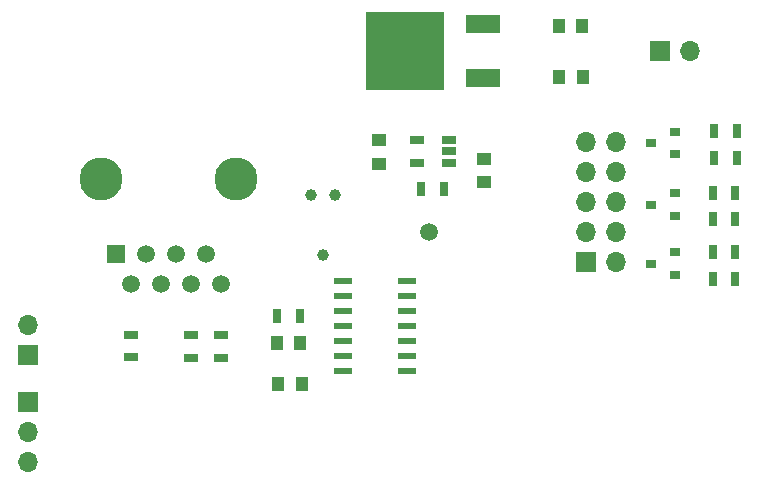
<source format=gbr>
G04 #@! TF.FileFunction,Soldermask,Bot*
%FSLAX46Y46*%
G04 Gerber Fmt 4.6, Leading zero omitted, Abs format (unit mm)*
G04 Created by KiCad (PCBNEW 4.0.0-rc1-stable) date 05/10/2017 19:39:07*
%MOMM*%
G01*
G04 APERTURE LIST*
%ADD10C,0.100000*%
%ADD11R,1.500000X0.600000*%
%ADD12R,0.900000X0.800000*%
%ADD13C,1.500000*%
%ADD14R,1.190000X0.740000*%
%ADD15R,6.700000X6.700000*%
%ADD16R,3.000000X1.600000*%
%ADD17R,1.700000X1.700000*%
%ADD18O,1.700000X1.700000*%
%ADD19C,3.650000*%
%ADD20R,1.500000X1.500000*%
%ADD21C,0.990600*%
%ADD22R,1.000000X1.250000*%
%ADD23R,1.250000X1.000000*%
%ADD24R,0.700000X1.300000*%
%ADD25R,1.300000X0.700000*%
G04 APERTURE END LIST*
D10*
D11*
X186100000Y-107010000D03*
X186100000Y-105740000D03*
X186100000Y-104470000D03*
X186100000Y-103200000D03*
X186100000Y-101930000D03*
X186100000Y-100660000D03*
X186100000Y-99390000D03*
X191500000Y-99390000D03*
X191500000Y-100660000D03*
X191500000Y-101930000D03*
X191500000Y-103200000D03*
X191500000Y-104470000D03*
X191500000Y-105740000D03*
X191500000Y-107010000D03*
D12*
X214200000Y-96950000D03*
X214200000Y-98850000D03*
X212200000Y-97900000D03*
X214200000Y-91950000D03*
X214200000Y-93850000D03*
X212200000Y-92900000D03*
X214200000Y-86750000D03*
X214200000Y-88650000D03*
X212200000Y-87700000D03*
D13*
X193400000Y-95200000D03*
D14*
X192350000Y-87450000D03*
X192350000Y-89350000D03*
X195050000Y-88400000D03*
X195050000Y-87450000D03*
X195050000Y-89350000D03*
D15*
X191325000Y-79875000D03*
D16*
X197975000Y-82175000D03*
X197975000Y-77575000D03*
D17*
X159450000Y-105600000D03*
D18*
X159450000Y-103060000D03*
D17*
X159450000Y-109650000D03*
D18*
X159450000Y-112190000D03*
X159450000Y-114730000D03*
D17*
X206700000Y-97750000D03*
D18*
X209240000Y-97750000D03*
X206700000Y-95210000D03*
X209240000Y-95210000D03*
X206700000Y-92670000D03*
X209240000Y-92670000D03*
X206700000Y-90130000D03*
X209240000Y-90130000D03*
X206700000Y-87590000D03*
X209240000Y-87590000D03*
D19*
X177020000Y-90710000D03*
X165590000Y-90710000D03*
D20*
X166860000Y-97060000D03*
D13*
X168130000Y-99600000D03*
X169400000Y-97060000D03*
X170670000Y-99600000D03*
X171940000Y-97060000D03*
X173210000Y-99600000D03*
X174480000Y-97060000D03*
X175750000Y-99600000D03*
D17*
X212960000Y-79900000D03*
D18*
X215500000Y-79900000D03*
D21*
X183384000Y-92110000D03*
X185416000Y-92110000D03*
X184400000Y-97190000D03*
D22*
X182600000Y-108070000D03*
X180600000Y-108070000D03*
X182483000Y-104648000D03*
X180483000Y-104648000D03*
X204360000Y-77760000D03*
X206360000Y-77760000D03*
D23*
X198040000Y-89020000D03*
X198040000Y-91020000D03*
D22*
X204400000Y-82140000D03*
X206400000Y-82140000D03*
D23*
X189153800Y-87468200D03*
X189153800Y-89468200D03*
D24*
X182433000Y-102362000D03*
X180533000Y-102362000D03*
D25*
X168150000Y-103920000D03*
X168150000Y-105820000D03*
X173200000Y-105870000D03*
X173200000Y-103970000D03*
X175750000Y-105870000D03*
X175750000Y-103970000D03*
D24*
X194640000Y-91560000D03*
X192740000Y-91560000D03*
X219340000Y-99180000D03*
X217440000Y-99180000D03*
X219340000Y-94130000D03*
X217440000Y-94130000D03*
X219440000Y-88980000D03*
X217540000Y-88980000D03*
X217440000Y-96930000D03*
X219340000Y-96930000D03*
X217440000Y-91880000D03*
X219340000Y-91880000D03*
X217540000Y-86680000D03*
X219440000Y-86680000D03*
M02*

</source>
